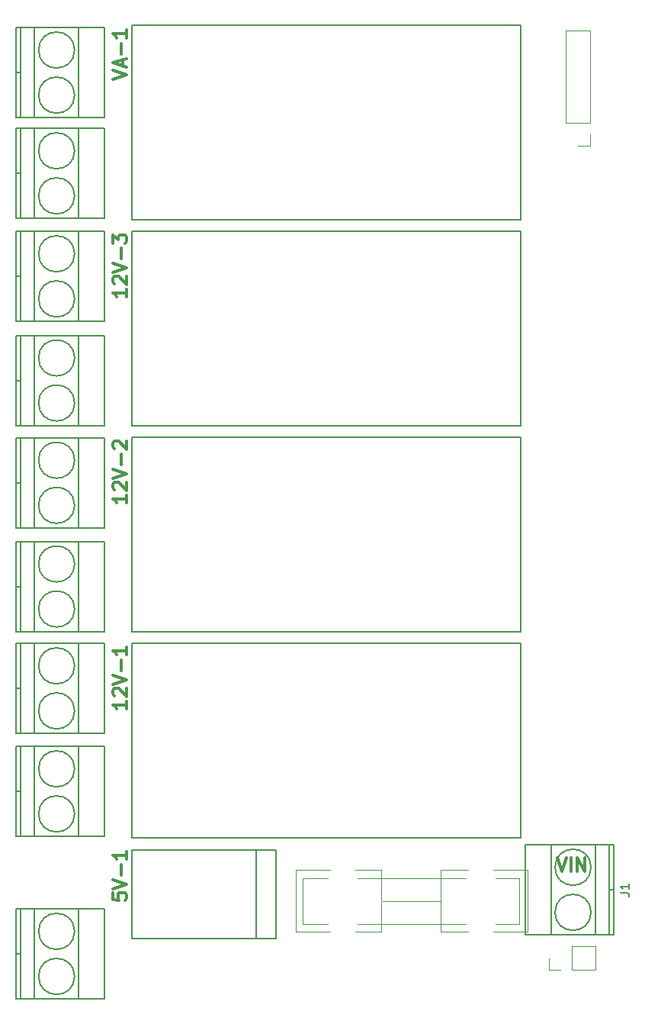
<source format=gbr>
G04 #@! TF.FileFunction,Legend,Top*
%FSLAX46Y46*%
G04 Gerber Fmt 4.6, Leading zero omitted, Abs format (unit mm)*
G04 Created by KiCad (PCBNEW 4.0.6) date 04/25/17 15:32:40*
%MOMM*%
%LPD*%
G01*
G04 APERTURE LIST*
%ADD10C,0.100000*%
%ADD11C,0.300000*%
%ADD12C,0.120000*%
%ADD13C,0.150000*%
G04 APERTURE END LIST*
D10*
D11*
X101643571Y-67976428D02*
X101643571Y-68833571D01*
X101643571Y-68404999D02*
X100143571Y-68404999D01*
X100357857Y-68547856D01*
X100500714Y-68690714D01*
X100572143Y-68833571D01*
X100286429Y-67405000D02*
X100215000Y-67333571D01*
X100143571Y-67190714D01*
X100143571Y-66833571D01*
X100215000Y-66690714D01*
X100286429Y-66619285D01*
X100429286Y-66547857D01*
X100572143Y-66547857D01*
X100786429Y-66619285D01*
X101643571Y-67476428D01*
X101643571Y-66547857D01*
X100143571Y-66119286D02*
X101643571Y-65619286D01*
X100143571Y-65119286D01*
X101072143Y-64619286D02*
X101072143Y-63476429D01*
X100143571Y-62905000D02*
X100143571Y-61976429D01*
X100715000Y-62476429D01*
X100715000Y-62262143D01*
X100786429Y-62119286D01*
X100857857Y-62047857D01*
X101000714Y-61976429D01*
X101357857Y-61976429D01*
X101500714Y-62047857D01*
X101572143Y-62119286D01*
X101643571Y-62262143D01*
X101643571Y-62690715D01*
X101572143Y-62833572D01*
X101500714Y-62905000D01*
X149487143Y-131131571D02*
X149987143Y-132631571D01*
X150487143Y-131131571D01*
X150987143Y-132631571D02*
X150987143Y-131131571D01*
X151701429Y-132631571D02*
X151701429Y-131131571D01*
X152558572Y-132631571D01*
X152558572Y-131131571D01*
X100143571Y-44695714D02*
X101643571Y-44195714D01*
X100143571Y-43695714D01*
X101215000Y-43267143D02*
X101215000Y-42552857D01*
X101643571Y-43410000D02*
X100143571Y-42910000D01*
X101643571Y-42410000D01*
X101072143Y-41910000D02*
X101072143Y-40767143D01*
X101643571Y-39267143D02*
X101643571Y-40124286D01*
X101643571Y-39695714D02*
X100143571Y-39695714D01*
X100357857Y-39838571D01*
X100500714Y-39981429D01*
X100572143Y-40124286D01*
X101643571Y-90836428D02*
X101643571Y-91693571D01*
X101643571Y-91264999D02*
X100143571Y-91264999D01*
X100357857Y-91407856D01*
X100500714Y-91550714D01*
X100572143Y-91693571D01*
X100286429Y-90265000D02*
X100215000Y-90193571D01*
X100143571Y-90050714D01*
X100143571Y-89693571D01*
X100215000Y-89550714D01*
X100286429Y-89479285D01*
X100429286Y-89407857D01*
X100572143Y-89407857D01*
X100786429Y-89479285D01*
X101643571Y-90336428D01*
X101643571Y-89407857D01*
X100143571Y-88979286D02*
X101643571Y-88479286D01*
X100143571Y-87979286D01*
X101072143Y-87479286D02*
X101072143Y-86336429D01*
X100286429Y-85693572D02*
X100215000Y-85622143D01*
X100143571Y-85479286D01*
X100143571Y-85122143D01*
X100215000Y-84979286D01*
X100286429Y-84907857D01*
X100429286Y-84836429D01*
X100572143Y-84836429D01*
X100786429Y-84907857D01*
X101643571Y-85765000D01*
X101643571Y-84836429D01*
X101643571Y-113696428D02*
X101643571Y-114553571D01*
X101643571Y-114124999D02*
X100143571Y-114124999D01*
X100357857Y-114267856D01*
X100500714Y-114410714D01*
X100572143Y-114553571D01*
X100286429Y-113125000D02*
X100215000Y-113053571D01*
X100143571Y-112910714D01*
X100143571Y-112553571D01*
X100215000Y-112410714D01*
X100286429Y-112339285D01*
X100429286Y-112267857D01*
X100572143Y-112267857D01*
X100786429Y-112339285D01*
X101643571Y-113196428D01*
X101643571Y-112267857D01*
X100143571Y-111839286D02*
X101643571Y-111339286D01*
X100143571Y-110839286D01*
X101072143Y-110339286D02*
X101072143Y-109196429D01*
X101643571Y-107696429D02*
X101643571Y-108553572D01*
X101643571Y-108125000D02*
X100143571Y-108125000D01*
X100357857Y-108267857D01*
X100500714Y-108410715D01*
X100572143Y-108553572D01*
X100118171Y-135024570D02*
X100118171Y-135738856D01*
X100832457Y-135810285D01*
X100761029Y-135738856D01*
X100689600Y-135595999D01*
X100689600Y-135238856D01*
X100761029Y-135095999D01*
X100832457Y-135024570D01*
X100975314Y-134953142D01*
X101332457Y-134953142D01*
X101475314Y-135024570D01*
X101546743Y-135095999D01*
X101618171Y-135238856D01*
X101618171Y-135595999D01*
X101546743Y-135738856D01*
X101475314Y-135810285D01*
X100118171Y-134524571D02*
X101618171Y-134024571D01*
X100118171Y-133524571D01*
X101046743Y-133024571D02*
X101046743Y-131881714D01*
X101618171Y-130381714D02*
X101618171Y-131238857D01*
X101618171Y-130810285D02*
X100118171Y-130810285D01*
X100332457Y-130953142D01*
X100475314Y-131096000D01*
X100546743Y-131238857D01*
D12*
X151130000Y-143570000D02*
X153730000Y-143570000D01*
X153730000Y-143570000D02*
X153730000Y-140910000D01*
X153730000Y-140910000D02*
X151130000Y-140910000D01*
X151130000Y-140910000D02*
X151130000Y-143570000D01*
X149860000Y-143570000D02*
X148530000Y-143570000D01*
X148530000Y-143570000D02*
X148530000Y-142240000D01*
X130060000Y-135890000D02*
X136560000Y-135890000D01*
X129970000Y-139320000D02*
X127050000Y-139320000D01*
X120440000Y-139320000D02*
X124250000Y-139320000D01*
X121210000Y-138430000D02*
X124000000Y-138430000D01*
X129970000Y-138430000D02*
X127300000Y-138430000D01*
X120440000Y-132460000D02*
X124250000Y-132460000D01*
X121210000Y-133350000D02*
X124000000Y-133350000D01*
X129970000Y-132460000D02*
X127050000Y-132460000D01*
X129970000Y-133350000D02*
X127300000Y-133350000D01*
X136520000Y-132460000D02*
X139570000Y-132460000D01*
X136520000Y-133350000D02*
X139320000Y-133350000D01*
X136520000Y-138430000D02*
X139320000Y-138430000D01*
X136520000Y-139320000D02*
X139570000Y-139320000D01*
X146180000Y-139320000D02*
X142370000Y-139320000D01*
X145290000Y-138430000D02*
X142620000Y-138430000D01*
X146180000Y-132460000D02*
X142370000Y-132460000D01*
X145290000Y-133350000D02*
X142620000Y-133350000D01*
X146180000Y-132460000D02*
X146180000Y-139320000D01*
X136520000Y-139320000D02*
X136520000Y-138430000D01*
X136520000Y-132460000D02*
X136520000Y-133350000D01*
X120440000Y-132460000D02*
X120440000Y-139320000D01*
X129970000Y-139320000D02*
X129970000Y-138430000D01*
X129970000Y-132460000D02*
X129970000Y-133480000D01*
X139020000Y-138430000D02*
X127340000Y-138430000D01*
X127470000Y-133350000D02*
X139020000Y-133350000D01*
X129970000Y-135890000D02*
X129970000Y-133350000D01*
X121200000Y-133350000D02*
X121200000Y-138430000D01*
X129970000Y-138430000D02*
X129970000Y-135890000D01*
X136520000Y-135890000D02*
X136520000Y-133350000D01*
X145280000Y-133350000D02*
X145280000Y-138430000D01*
X136520000Y-138430000D02*
X136520000Y-135890000D01*
D13*
X102244800Y-140028000D02*
X118244800Y-140028000D01*
X102244800Y-130208000D02*
X102244800Y-140028000D01*
X118254800Y-130218000D02*
X102244800Y-130208000D01*
X116044800Y-140038000D02*
X116044800Y-130218000D01*
X116044800Y-130218000D02*
X118244800Y-130218000D01*
X118244800Y-130218000D02*
X118244800Y-140038000D01*
X118244800Y-140038000D02*
X116044800Y-140038000D01*
D12*
X153095000Y-49530000D02*
X153095000Y-39310000D01*
X153095000Y-39310000D02*
X150435000Y-39310000D01*
X150435000Y-39310000D02*
X150435000Y-49530000D01*
X150435000Y-49530000D02*
X153095000Y-49530000D01*
X153095000Y-50800000D02*
X153095000Y-52130000D01*
X153095000Y-52130000D02*
X151765000Y-52130000D01*
D13*
X102235000Y-128905000D02*
X102235000Y-107315000D01*
X145415000Y-128905000D02*
X102235000Y-128905000D01*
X145415000Y-107315000D02*
X145415000Y-128905000D01*
X102235000Y-107315000D02*
X145415000Y-107315000D01*
X102235000Y-106045000D02*
X102235000Y-84455000D01*
X145415000Y-106045000D02*
X102235000Y-106045000D01*
X145415000Y-84455000D02*
X145415000Y-106045000D01*
X102235000Y-84455000D02*
X145415000Y-84455000D01*
X102235000Y-83185000D02*
X102235000Y-61595000D01*
X145415000Y-83185000D02*
X102235000Y-83185000D01*
X145415000Y-61595000D02*
X145415000Y-83185000D01*
X102235000Y-61595000D02*
X145415000Y-61595000D01*
X102235000Y-60325000D02*
X102235000Y-38735000D01*
X145415000Y-60325000D02*
X102235000Y-60325000D01*
X145415000Y-38735000D02*
X145415000Y-60325000D01*
X102235000Y-38735000D02*
X145415000Y-38735000D01*
X155230000Y-134660000D02*
X155730000Y-134660000D01*
X153230000Y-132160000D02*
G75*
G03X153230000Y-132160000I-2000000J0D01*
G01*
X153230000Y-137160000D02*
G75*
G03X153230000Y-137160000I-2000000J0D01*
G01*
X153730000Y-139660000D02*
X153730000Y-129660000D01*
X148830000Y-139660000D02*
X148830000Y-129660000D01*
X155230000Y-139660000D02*
X155230000Y-129660000D01*
X155730000Y-139660000D02*
X155730000Y-129660000D01*
X155730000Y-129660000D02*
X145930000Y-129660000D01*
X145930000Y-129660000D02*
X145930000Y-139660000D01*
X145930000Y-139660000D02*
X155730000Y-139660000D01*
X89880000Y-141772000D02*
X89380000Y-141772000D01*
X95880000Y-144272000D02*
G75*
G03X95880000Y-144272000I-2000000J0D01*
G01*
X95880000Y-139272000D02*
G75*
G03X95880000Y-139272000I-2000000J0D01*
G01*
X91380000Y-136772000D02*
X91380000Y-146772000D01*
X96280000Y-136772000D02*
X96280000Y-146772000D01*
X89880000Y-136772000D02*
X89880000Y-146772000D01*
X89380000Y-136772000D02*
X89380000Y-146772000D01*
X89380000Y-146772000D02*
X99180000Y-146772000D01*
X99180000Y-146772000D02*
X99180000Y-136772000D01*
X99180000Y-136772000D02*
X89380000Y-136772000D01*
X89880000Y-112308000D02*
X89380000Y-112308000D01*
X95880000Y-114808000D02*
G75*
G03X95880000Y-114808000I-2000000J0D01*
G01*
X95880000Y-109808000D02*
G75*
G03X95880000Y-109808000I-2000000J0D01*
G01*
X91380000Y-107308000D02*
X91380000Y-117308000D01*
X96280000Y-107308000D02*
X96280000Y-117308000D01*
X89880000Y-107308000D02*
X89880000Y-117308000D01*
X89380000Y-107308000D02*
X89380000Y-117308000D01*
X89380000Y-117308000D02*
X99180000Y-117308000D01*
X99180000Y-117308000D02*
X99180000Y-107308000D01*
X99180000Y-107308000D02*
X89380000Y-107308000D01*
X89880000Y-101005000D02*
X89380000Y-101005000D01*
X95880000Y-103505000D02*
G75*
G03X95880000Y-103505000I-2000000J0D01*
G01*
X95880000Y-98505000D02*
G75*
G03X95880000Y-98505000I-2000000J0D01*
G01*
X91380000Y-96005000D02*
X91380000Y-106005000D01*
X96280000Y-96005000D02*
X96280000Y-106005000D01*
X89880000Y-96005000D02*
X89880000Y-106005000D01*
X89380000Y-96005000D02*
X89380000Y-106005000D01*
X89380000Y-106005000D02*
X99180000Y-106005000D01*
X99180000Y-106005000D02*
X99180000Y-96005000D01*
X99180000Y-96005000D02*
X89380000Y-96005000D01*
X89880000Y-78145000D02*
X89380000Y-78145000D01*
X95880000Y-80645000D02*
G75*
G03X95880000Y-80645000I-2000000J0D01*
G01*
X95880000Y-75645000D02*
G75*
G03X95880000Y-75645000I-2000000J0D01*
G01*
X91380000Y-73145000D02*
X91380000Y-83145000D01*
X96280000Y-73145000D02*
X96280000Y-83145000D01*
X89880000Y-73145000D02*
X89880000Y-83145000D01*
X89380000Y-73145000D02*
X89380000Y-83145000D01*
X89380000Y-83145000D02*
X99180000Y-83145000D01*
X99180000Y-83145000D02*
X99180000Y-73145000D01*
X99180000Y-73145000D02*
X89380000Y-73145000D01*
X89880000Y-55158000D02*
X89380000Y-55158000D01*
X95880000Y-57658000D02*
G75*
G03X95880000Y-57658000I-2000000J0D01*
G01*
X95880000Y-52658000D02*
G75*
G03X95880000Y-52658000I-2000000J0D01*
G01*
X91380000Y-50158000D02*
X91380000Y-60158000D01*
X96280000Y-50158000D02*
X96280000Y-60158000D01*
X89880000Y-50158000D02*
X89880000Y-60158000D01*
X89380000Y-50158000D02*
X89380000Y-60158000D01*
X89380000Y-60158000D02*
X99180000Y-60158000D01*
X99180000Y-60158000D02*
X99180000Y-50158000D01*
X99180000Y-50158000D02*
X89380000Y-50158000D01*
X89880000Y-123738000D02*
X89380000Y-123738000D01*
X95880000Y-126238000D02*
G75*
G03X95880000Y-126238000I-2000000J0D01*
G01*
X95880000Y-121238000D02*
G75*
G03X95880000Y-121238000I-2000000J0D01*
G01*
X91380000Y-118738000D02*
X91380000Y-128738000D01*
X96280000Y-118738000D02*
X96280000Y-128738000D01*
X89880000Y-118738000D02*
X89880000Y-128738000D01*
X89380000Y-118738000D02*
X89380000Y-128738000D01*
X89380000Y-128738000D02*
X99180000Y-128738000D01*
X99180000Y-128738000D02*
X99180000Y-118738000D01*
X99180000Y-118738000D02*
X89380000Y-118738000D01*
X89880000Y-89495000D02*
X89380000Y-89495000D01*
X95880000Y-91995000D02*
G75*
G03X95880000Y-91995000I-2000000J0D01*
G01*
X95880000Y-86995000D02*
G75*
G03X95880000Y-86995000I-2000000J0D01*
G01*
X91380000Y-84495000D02*
X91380000Y-94495000D01*
X96280000Y-84495000D02*
X96280000Y-94495000D01*
X89880000Y-84495000D02*
X89880000Y-94495000D01*
X89380000Y-84495000D02*
X89380000Y-94495000D01*
X89380000Y-94495000D02*
X99180000Y-94495000D01*
X99180000Y-94495000D02*
X99180000Y-84495000D01*
X99180000Y-84495000D02*
X89380000Y-84495000D01*
X89880000Y-66588000D02*
X89380000Y-66588000D01*
X95880000Y-69088000D02*
G75*
G03X95880000Y-69088000I-2000000J0D01*
G01*
X95880000Y-64088000D02*
G75*
G03X95880000Y-64088000I-2000000J0D01*
G01*
X91380000Y-61588000D02*
X91380000Y-71588000D01*
X96280000Y-61588000D02*
X96280000Y-71588000D01*
X89880000Y-61588000D02*
X89880000Y-71588000D01*
X89380000Y-61588000D02*
X89380000Y-71588000D01*
X89380000Y-71588000D02*
X99180000Y-71588000D01*
X99180000Y-71588000D02*
X99180000Y-61588000D01*
X99180000Y-61588000D02*
X89380000Y-61588000D01*
X89880000Y-43982000D02*
X89380000Y-43982000D01*
X95880000Y-46482000D02*
G75*
G03X95880000Y-46482000I-2000000J0D01*
G01*
X95880000Y-41482000D02*
G75*
G03X95880000Y-41482000I-2000000J0D01*
G01*
X91380000Y-38982000D02*
X91380000Y-48982000D01*
X96280000Y-38982000D02*
X96280000Y-48982000D01*
X89880000Y-38982000D02*
X89880000Y-48982000D01*
X89380000Y-38982000D02*
X89380000Y-48982000D01*
X89380000Y-48982000D02*
X99180000Y-48982000D01*
X99180000Y-48982000D02*
X99180000Y-38982000D01*
X99180000Y-38982000D02*
X89380000Y-38982000D01*
X156482381Y-134993333D02*
X157196667Y-134993333D01*
X157339524Y-135040953D01*
X157434762Y-135136191D01*
X157482381Y-135279048D01*
X157482381Y-135374286D01*
X157482381Y-133993333D02*
X157482381Y-134564762D01*
X157482381Y-134279048D02*
X156482381Y-134279048D01*
X156625238Y-134374286D01*
X156720476Y-134469524D01*
X156768095Y-134564762D01*
M02*

</source>
